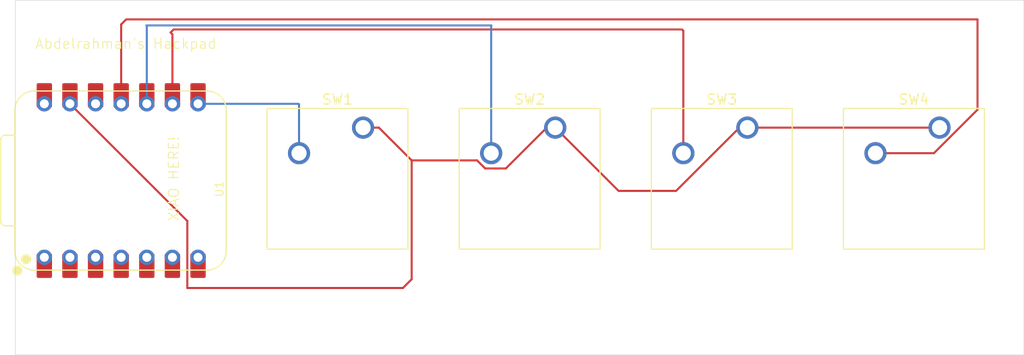
<source format=kicad_pcb>
(kicad_pcb (version 20241229) (generator "pcbnew") (generator_version "9.0")
  (layers (0 "F.Cu" signal) (2 "B.Cu" signal) (13 "F.Paste" user) (15 "B.Paste" user) (5 "F.SilkS" user "F.Silkscreen") (7 "B.SilkS" user "B.Silkscreen") (1 "F.Mask" user) (3 "B.Mask" user) (25 "Edge.Cuts" user))
  (net 0 "")
  (net 1 "Net-(D1-DIN)")
  (net 2 "GND")
  (net 3 "+5V")
  (net 4 "Net-(U1-GPIO1{slash}RX)")
  (net 5 "Net-(U1-GPIO4{slash}MISO)")
  (net 6 "Net-(U1-GPIO2{slash}SCK)")
  (net 7 "Net-(U1-GPIO3{slash}MOSI)")
  (footprint "Button_Switch_Keyboard:SW_Cherry_MX_1.00u_PCB" (layer "F.Cu") (at 200.18375 42.545)
    (property "Reference" "SW3" (at -2.54 -2.794 0) (layer "F.SilkS"))
    (property "Value" "SW_Push")
    (fp_line (start -9.525 -1.905) (end 4.445 -1.905) (stroke (width 0.12)) (layer "F.SilkS"))
    (fp_line (start -9.525 12.065) (end -9.525 -1.905) (stroke (width 0.12)) (layer "F.SilkS"))
    (fp_line (start 4.445 -1.905) (end 4.445 12.065) (stroke (width 0.12)) (layer "F.SilkS"))
    (fp_line (start 4.445 12.065) (end -9.525 12.065) (stroke (width 0.12)) (layer "F.SilkS"))
    (pad "" np_thru_hole circle (at -7.62 5.08) (size 1.7 1.7) (drill 1.7) (layers "*.Cu" "*.Mask"))
    (pad "" np_thru_hole circle (at -2.54 5.08) (size 4 4) (drill 4) (layers "*.Cu" "*.Mask"))
    (pad "" np_thru_hole circle (at 2.54 5.08) (size 1.7 1.7) (drill 1.7) (layers "*.Cu" "*.Mask"))
    (pad "1" thru_hole circle (at 0 0) (size 2.2 2.2) (drill 1.5) (layers "*.Cu" "*.Mask") (net 2 "GND"))
    (pad "2" thru_hole circle (at -6.35 2.54) (size 2.2 2.2) (drill 1.5) (layers "*.Cu" "*.Mask") (net 6 "Net-(U1-GPIO2{slash}SCK)"))
  )
  (footprint "Button_Switch_Keyboard:SW_Cherry_MX_1.00u_PCB" (layer "F.Cu") (at 219.23375 42.545)
    (property "Reference" "SW4" (at -2.54 -2.794 0) (layer "F.SilkS"))
    (property "Value" "SW_Push")
    (fp_line (start -9.525 -1.905) (end 4.445 -1.905) (stroke (width 0.12)) (layer "F.SilkS"))
    (fp_line (start -9.525 12.065) (end -9.525 -1.905) (stroke (width 0.12)) (layer "F.SilkS"))
    (fp_line (start 4.445 -1.905) (end 4.445 12.065) (stroke (width 0.12)) (layer "F.SilkS"))
    (fp_line (start 4.445 12.065) (end -9.525 12.065) (stroke (width 0.12)) (layer "F.SilkS"))
    (pad "" np_thru_hole circle (at -7.62 5.08) (size 1.7 1.7) (drill 1.7) (layers "*.Cu" "*.Mask"))
    (pad "" np_thru_hole circle (at -2.54 5.08) (size 4 4) (drill 4) (layers "*.Cu" "*.Mask"))
    (pad "" np_thru_hole circle (at 2.54 5.08) (size 1.7 1.7) (drill 1.7) (layers "*.Cu" "*.Mask"))
    (pad "1" thru_hole circle (at 0 0) (size 2.2 2.2) (drill 1.5) (layers "*.Cu" "*.Mask") (net 2 "GND"))
    (pad "2" thru_hole circle (at -6.35 2.54) (size 2.2 2.2) (drill 1.5) (layers "*.Cu" "*.Mask") (net 7 "Net-(U1-GPIO3{slash}MOSI)"))
  )
  (footprint "Button_Switch_Keyboard:SW_Cherry_MX_1.00u_PCB" (layer "F.Cu") (at 162.08375 42.545)
    (property "Reference" "SW1" (at -2.54 -2.794 0) (layer "F.SilkS"))
    (property "Value" "SW_Push")
    (fp_line (start -9.525 -1.905) (end 4.445 -1.905) (stroke (width 0.12)) (layer "F.SilkS"))
    (fp_line (start -9.525 12.065) (end -9.525 -1.905) (stroke (width 0.12)) (layer "F.SilkS"))
    (fp_line (start 4.445 -1.905) (end 4.445 12.065) (stroke (width 0.12)) (layer "F.SilkS"))
    (fp_line (start 4.445 12.065) (end -9.525 12.065) (stroke (width 0.12)) (layer "F.SilkS"))
    (pad "" np_thru_hole circle (at -7.62 5.08) (size 1.7 1.7) (drill 1.7) (layers "*.Cu" "*.Mask"))
    (pad "" np_thru_hole circle (at -2.54 5.08) (size 4 4) (drill 4) (layers "*.Cu" "*.Mask"))
    (pad "" np_thru_hole circle (at 2.54 5.08) (size 1.7 1.7) (drill 1.7) (layers "*.Cu" "*.Mask"))
    (pad "1" thru_hole circle (at 0 0) (size 2.2 2.2) (drill 1.5) (layers "*.Cu" "*.Mask") (net 2 "GND"))
    (pad "2" thru_hole circle (at -6.35 2.54) (size 2.2 2.2) (drill 1.5) (layers "*.Cu" "*.Mask") (net 4 "Net-(U1-GPIO1{slash}RX)"))
  )
  (footprint "Button_Switch_Keyboard:SW_Cherry_MX_1.00u_PCB" (layer "F.Cu") (at 181.13375 42.545)
    (property "Reference" "SW2" (at -2.54 -2.794 0) (layer "F.SilkS"))
    (property "Value" "SW_Push")
    (fp_line (start -9.525 -1.905) (end 4.445 -1.905) (stroke (width 0.12)) (layer "F.SilkS"))
    (fp_line (start -9.525 12.065) (end -9.525 -1.905) (stroke (width 0.12)) (layer "F.SilkS"))
    (fp_line (start 4.445 -1.905) (end 4.445 12.065) (stroke (width 0.12)) (layer "F.SilkS"))
    (fp_line (start 4.445 12.065) (end -9.525 12.065) (stroke (width 0.12)) (layer "F.SilkS"))
    (pad "" np_thru_hole circle (at -7.62 5.08) (size 1.7 1.7) (drill 1.7) (layers "*.Cu" "*.Mask"))
    (pad "" np_thru_hole circle (at -2.54 5.08) (size 4 4) (drill 4) (layers "*.Cu" "*.Mask"))
    (pad "" np_thru_hole circle (at 2.54 5.08) (size 1.7 1.7) (drill 1.7) (layers "*.Cu" "*.Mask"))
    (pad "1" thru_hole circle (at 0 0) (size 2.2 2.2) (drill 1.5) (layers "*.Cu" "*.Mask") (net 2 "GND"))
    (pad "2" thru_hole circle (at -6.35 2.54) (size 2.2 2.2) (drill 1.5) (layers "*.Cu" "*.Mask") (net 5 "Net-(U1-GPIO4{slash}MISO)"))
  )
  (footprint "OPL:XIAO-RP2040-DIP" (layer "F.Cu") (at 138.1 47.8 90)
    (property "Reference" "U1" (at -0.84375 9.725 90) (layer "F.SilkS") (effects (font (size 0.8 0.8) (thickness 0.1016))))
    (property "Value" "XIAO-RP2040-DIP")
    (fp_line (start -3.991272 -11.951) (end 4.004 -11.951) (stroke (width 0.127)) (layer "F.SilkS"))
    (fp_line (start 4.504 -11.451) (end 4.504 -10.541) (stroke (width 0.127)) (layer "F.SilkS"))
    (fp_line (start 6.985 -10.541) (end -6.985 -10.541) (stroke (width 0.1)) (layer "F.SilkS"))
    (fp_line (start 6.985 -10.541) (end -6.985 -10.541) (stroke (width 0.127)) (layer "F.SilkS"))
    (fp_line (start -4.495 -10.541) (end -4.491272 -11.451272) (stroke (width 0.127)) (layer "F.SilkS"))
    (fp_line (start 8.89 8.509) (end 8.89 -8.636) (stroke (width 0.127)) (layer "F.SilkS"))
    (fp_line (start -8.89 8.509) (end -8.89 -8.636) (stroke (width 0.127)) (layer "F.SilkS"))
    (fp_line (start -6.985 10.414) (end 6.985 10.414) (stroke (width 0.127)) (layer "F.SilkS"))
    (fp_arc (start 4.004 -11.951) (mid 4.357553 -11.804553) (end 4.504 -11.451) (stroke (width 0.127)) (layer "F.SilkS"))
    (fp_arc (start -4.491272 -11.451272) (mid -4.344728 -11.80464) (end -3.991272 -11.951) (stroke (width 0.127)) (layer "F.SilkS"))
    (fp_arc (start 6.985 -10.541) (mid 8.332038 -9.983038) (end 8.89 -8.636) (stroke (width 0.127)) (layer "F.SilkS"))
    (fp_arc (start -8.89 -8.636) (mid -8.332038 -9.983038) (end -6.985 -10.541) (stroke (width 0.127)) (layer "F.SilkS"))
    (fp_arc (start 8.89 8.509) (mid 8.332038 9.856038) (end 6.985 10.414) (stroke (width 0.127)) (layer "F.SilkS"))
    (fp_arc (start -6.985 10.414) (mid -8.332038 9.856038) (end -8.89 8.509) (stroke (width 0.127)) (layer "F.SilkS"))
    (fp_circle (center -8.95 -10.3) (end -8.95 -10.554) (stroke (width 0.5)) (fill yes) (layer "F.SilkS"))
    (fp_circle (center -7.807 -9.42) (end -7.807 -9.674) (stroke (width 0.5)) (fill yes) (layer "F.SilkS"))
    (pad "1" smd roundrect (at -8.455 -7.62 270) (size 2.432 1.524) (layers "F.Cu" "F.Mask") (roundrect_rratio 0.1))
    (pad "1" thru_hole circle (at -7.62 -7.62 270) (size 1.524 1.524) (drill 0.889) (layers "*.Cu" "*.Mask"))
    (pad "2" smd roundrect (at -8.455 -5.08 270) (size 2.432 1.524) (layers "F.Cu" "F.Mask") (roundrect_rratio 0.1))
    (pad "2" thru_hole circle (at -7.62 -5.08 270) (size 1.524 1.524) (drill 0.889) (layers "*.Cu" "*.Mask"))
    (pad "3" smd roundrect (at -8.455 -2.54 270) (size 2.432 1.524) (layers "F.Cu" "F.Mask") (roundrect_rratio 0.1))
    (pad "3" thru_hole circle (at -7.62 -2.54 270) (size 1.524 1.524) (drill 0.889) (layers "*.Cu" "*.Mask"))
    (pad "4" smd roundrect (at -8.455 0 270) (size 2.432 1.524) (layers "F.Cu" "F.Mask") (roundrect_rratio 0.1))
    (pad "4" thru_hole circle (at -7.62 0 270) (size 1.524 1.524) (drill 0.889) (layers "*.Cu" "*.Mask"))
    (pad "5" smd roundrect (at -8.455 2.54 270) (size 2.432 1.524) (layers "F.Cu" "F.Mask") (roundrect_rratio 0.1) (net 1 "Net-(D1-DIN)"))
    (pad "5" thru_hole circle (at -7.62 2.54 270) (size 1.524 1.524) (drill 0.889) (layers "*.Cu" "*.Mask") (net 1 "Net-(D1-DIN)"))
    (pad "6" smd roundrect (at -8.455 5.08 270) (size 2.432 1.524) (layers "F.Cu" "F.Mask") (roundrect_rratio 0.1))
    (pad "6" thru_hole circle (at -7.62 5.08 270) (size 1.524 1.524) (drill 0.889) (layers "*.Cu" "*.Mask"))
    (pad "7" smd roundrect (at -8.455 7.62 270) (size 2.432 1.524) (layers "F.Cu" "F.Mask") (roundrect_rratio 0.1))
    (pad "7" thru_hole circle (at -7.62 7.62 270) (size 1.524 1.524) (drill 0.889) (layers "*.Cu" "*.Mask"))
    (pad "8" thru_hole circle (at 7.62 7.62 90) (size 1.524 1.524) (drill 0.889) (layers "*.Cu" "*.Mask") (net 4 "Net-(U1-GPIO1{slash}RX)"))
    (pad "8" smd roundrect (at 8.455 7.62 90) (size 2.432 1.524) (layers "F.Cu" "F.Mask") (roundrect_rratio 0.1) (net 4 "Net-(U1-GPIO1{slash}RX)"))
    (pad "9" thru_hole circle (at 7.62 5.08 90) (size 1.524 1.524) (drill 0.889) (layers "*.Cu" "*.Mask") (net 6 "Net-(U1-GPIO2{slash}SCK)"))
    (pad "9" smd roundrect (at 8.455 5.08 90) (size 2.432 1.524) (layers "F.Cu" "F.Mask") (roundrect_rratio 0.1) (net 6 "Net-(U1-GPIO2{slash}SCK)"))
    (pad "10" thru_hole circle (at 7.62 2.54 90) (size 1.524 1.524) (drill 0.889) (layers "*.Cu" "*.Mask") (net 5 "Net-(U1-GPIO4{slash}MISO)"))
    (pad "10" smd roundrect (at 8.455 2.54 90) (size 2.432 1.524) (layers "F.Cu" "F.Mask") (roundrect_rratio 0.1) (net 5 "Net-(U1-GPIO4{slash}MISO)"))
    (pad "11" thru_hole circle (at 7.62 0 90) (size 1.524 1.524) (drill 0.889) (layers "*.Cu" "*.Mask") (net 7 "Net-(U1-GPIO3{slash}MOSI)"))
    (pad "11" smd roundrect (at 8.455 0 90) (size 2.432 1.524) (layers "F.Cu" "F.Mask") (roundrect_rratio 0.1) (net 7 "Net-(U1-GPIO3{slash}MOSI)"))
    (pad "12" thru_hole circle (at 7.62 -2.54 90) (size 1.524 1.524) (drill 0.889) (layers "*.Cu" "*.Mask"))
    (pad "12" smd roundrect (at 8.455 -2.54 90) (size 2.432 1.524) (layers "F.Cu" "F.Mask") (roundrect_rratio 0.1))
    (pad "13" thru_hole circle (at 7.62 -5.08 90) (size 1.524 1.524) (drill 0.889) (layers "*.Cu" "*.Mask") (net 2 "GND"))
    (pad "13" smd roundrect (at 8.455 -5.08 90) (size 2.432 1.524) (layers "F.Cu" "F.Mask") (roundrect_rratio 0.1) (net 2 "GND"))
    (pad "14" thru_hole circle (at 7.62 -7.62 90) (size 1.524 1.524) (drill 0.889) (layers "*.Cu" "*.Mask") (net 3 "+5V"))
    (pad "14" smd roundrect (at 8.455 -7.62 90) (size 2.432 1.524) (layers "F.Cu" "F.Mask") (roundrect_rratio 0.1) (net 3 "+5V"))
  )
  (gr_rect (start 127.6 29.9) (end 227.6 65.1) (stroke (width 0.05)) (fill no) (layer "Edge.Cuts"))
  (gr_text "Abdelrahman's Hackpad\n" (at 129.5 34.8 0) (layer "F.SilkS") (effects (font (size 1 1) (thickness 0.1)) (justify left bottom)))
  (gr_text "XIAO HERE!" (at 143.9 51.9 90) (layer "F.SilkS") (effects (font (size 1 1) (thickness 0.1)) (justify left bottom)))
  (segment (start 166.9 45.8) (end 163.645 42.545) (width 0.2) (layer "F.Cu") (net 2))
  (segment (start 180.29222 42.545) (end 176.23722 46.6) (width 0.2) (layer "F.Cu") (net 2))
  (segment (start 163.645 42.545) (end 162.08375 42.545) (width 0.2) (layer "F.Cu") (net 2))
  (segment (start 187.41475 48.826) (end 193.117934 48.826) (width 0.2) (layer "F.Cu") (net 2))
  (segment (start 166.032 58.468) (end 166.9 57.6) (width 0.2) (layer "F.Cu") (net 2))
  (segment (start 219.23375 42.545) (end 200.18375 42.545) (width 0.2) (layer "F.Cu") (net 2))
  (segment (start 173.38722 45.8) (end 166.9 45.8) (width 0.2) (layer "F.Cu") (net 2))
  (segment (start 174.18722 46.6) (end 173.38722 45.8) (width 0.2) (layer "F.Cu") (net 2))
  (segment (start 176.23722 46.6) (end 174.18722 46.6) (width 0.2) (layer "F.Cu") (net 2))
  (segment (start 133.02 40.18) (end 144.657 51.817) (width 0.2) (layer "F.Cu") (net 2))
  (segment (start 166.9 57.6) (end 166.9 45.8) (width 0.2) (layer "F.Cu") (net 2))
  (segment (start 144.657 58.468) (end 166.032 58.468) (width 0.2) (layer "F.Cu") (net 2))
  (segment (start 199.398934 42.545) (end 200.18375 42.545) (width 0.2) (layer "F.Cu") (net 2))
  (segment (start 181.13375 42.545) (end 187.41475 48.826) (width 0.2) (layer "F.Cu") (net 2))
  (segment (start 181.13375 42.545) (end 180.29222 42.545) (width 0.2) (layer "F.Cu") (net 2))
  (segment (start 144.657 51.817) (end 144.657 58.468) (width 0.2) (layer "F.Cu") (net 2))
  (segment (start 193.117934 48.826) (end 199.398934 42.545) (width 0.2) (layer "F.Cu") (net 2))
  (segment (start 155.73375 45.085) (end 155.73375 40.23375) (width 0.2) (layer "B.Cu") (net 4))
  (segment (start 155.68 40.18) (end 145.72 40.18) (width 0.2) (layer "B.Cu") (net 4))
  (segment (start 155.73375 40.23375) (end 155.68 40.18) (width 0.2) (layer "B.Cu") (net 4))
  (segment (start 174.8 32.4) (end 140.6 32.4) (width 0.2) (layer "B.Cu") (net 5))
  (segment (start 174.78375 32.41625) (end 174.8 32.4) (width 0.2) (layer "B.Cu") (net 5))
  (segment (start 140.6 32.4) (end 140.64 32.44) (width 0.2) (layer "B.Cu") (net 5))
  (segment (start 140.64 32.44) (end 140.64 40.18) (width 0.2) (layer "B.Cu") (net 5))
  (segment (start 174.78375 45.085) (end 174.78375 32.41625) (width 0.2) (layer "B.Cu") (net 5))
  (segment (start 143.18 33.28) (end 143.18 39.345) (width 0.2) (layer "F.Cu") (net 6))
  (segment (start 193.83375 45.085) (end 193.83375 32.93375) (width 0.2) (layer "F.Cu") (net 6))
  (segment (start 143 33.1) (end 143.18 33.28) (width 0.2) (layer "F.Cu") (net 6))
  (segment (start 143.3 32.8) (end 143 33.1) (width 0.2) (layer "F.Cu") (net 6))
  (segment (start 193.83375 32.93375) (end 193.7 32.8) (width 0.2) (layer "F.Cu") (net 6))
  (segment (start 193.7 32.8) (end 143.3 32.8) (width 0.2) (layer "F.Cu") (net 6))
  (segment (start 212.88375 45.085) (end 218.675064 45.085) (width 0.2) (layer "F.Cu") (net 7))
  (segment (start 218.675064 45.085) (end 223 40.760064) (width 0.2) (layer "F.Cu") (net 7))
  (segment (start 138.6 31.8) (end 138.1 32.3) (width 0.2) (layer "F.Cu") (net 7))
  (segment (start 223 31.8) (end 138.6 31.8) (width 0.2) (layer "F.Cu") (net 7))
  (segment (start 223 40.760064) (end 223 31.8) (width 0.2) (layer "F.Cu") (net 7))
  (segment (start 138.1 32.3) (end 138.1 39.345) (width 0.2) (layer "F.Cu") (net 7))
)
</source>
